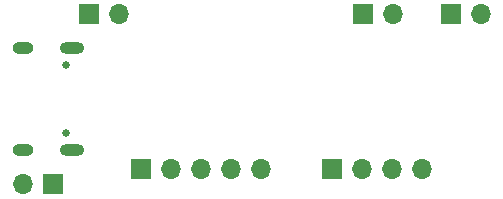
<source format=gbs>
G04 #@! TF.GenerationSoftware,KiCad,Pcbnew,9.0.0*
G04 #@! TF.CreationDate,2025-06-18T17:45:24-04:00*
G04 #@! TF.ProjectId,rp24-usb-tester,72703234-2d75-4736-922d-746573746572,v0.3.2*
G04 #@! TF.SameCoordinates,Original*
G04 #@! TF.FileFunction,Soldermask,Bot*
G04 #@! TF.FilePolarity,Negative*
%FSLAX46Y46*%
G04 Gerber Fmt 4.6, Leading zero omitted, Abs format (unit mm)*
G04 Created by KiCad (PCBNEW 9.0.0) date 2025-06-18 17:45:24*
%MOMM*%
%LPD*%
G01*
G04 APERTURE LIST*
%ADD10R,1.700000X1.700000*%
%ADD11O,1.700000X1.700000*%
%ADD12C,0.650000*%
%ADD13O,2.100000X1.000000*%
%ADD14O,1.800000X1.000000*%
G04 APERTURE END LIST*
D10*
G04 #@! TO.C,J6*
X12540000Y-16600000D03*
D11*
X15080000Y-16600000D03*
X17620000Y-16600000D03*
X20160000Y-16600000D03*
X22700000Y-16600000D03*
G04 #@! TD*
D10*
G04 #@! TO.C,J5*
X8125000Y-3500000D03*
D11*
X10665000Y-3500000D03*
G04 #@! TD*
D10*
G04 #@! TO.C,J7*
X38825000Y-3500000D03*
D11*
X41365000Y-3500000D03*
G04 #@! TD*
D10*
G04 #@! TO.C,J1*
X5075000Y-17900000D03*
D11*
X2535000Y-17900000D03*
G04 #@! TD*
D12*
G04 #@! TO.C,P1*
X6200000Y-7810000D03*
X6200000Y-13590000D03*
D13*
X6700000Y-6380000D03*
D14*
X2520000Y-6380000D03*
D13*
X6700000Y-15020000D03*
D14*
X2520000Y-15020000D03*
G04 #@! TD*
D10*
G04 #@! TO.C,J3*
X31300000Y-3500000D03*
D11*
X33840000Y-3500000D03*
G04 #@! TD*
D10*
G04 #@! TO.C,J2*
X28700000Y-16600000D03*
D11*
X31240000Y-16600000D03*
X33780000Y-16600000D03*
X36320000Y-16600000D03*
G04 #@! TD*
M02*

</source>
